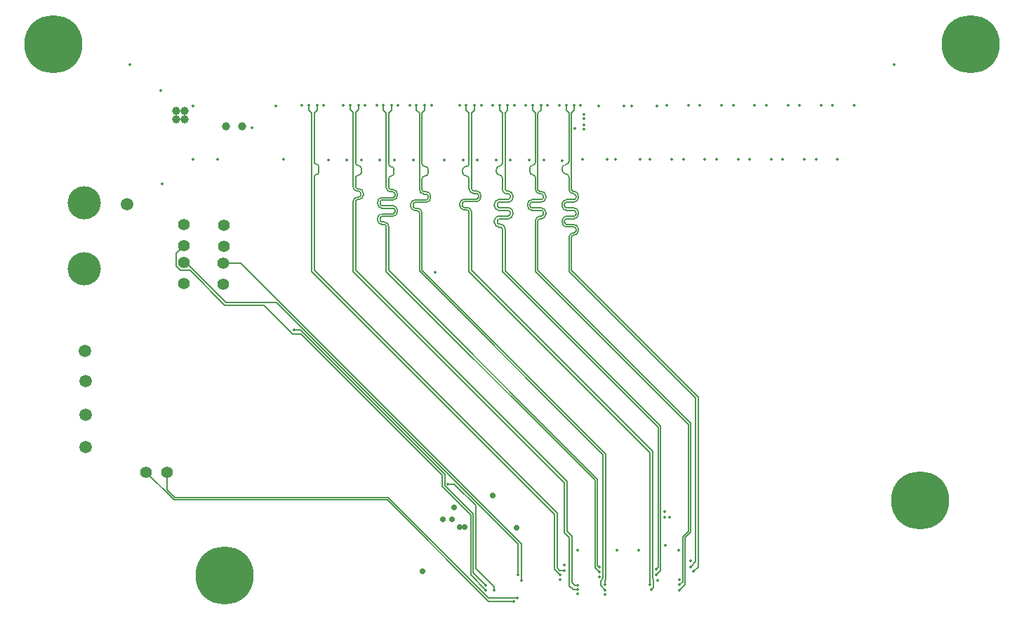
<source format=gbr>
%TF.GenerationSoftware,KiCad,Pcbnew,8.0.8*%
%TF.CreationDate,2025-08-06T16:05:48-04:00*%
%TF.ProjectId,pcie,70636965-2e6b-4696-9361-645f70636258,rev?*%
%TF.SameCoordinates,Original*%
%TF.FileFunction,Copper,L3,Inr*%
%TF.FilePolarity,Positive*%
%FSLAX46Y46*%
G04 Gerber Fmt 4.6, Leading zero omitted, Abs format (unit mm)*
G04 Created by KiCad (PCBNEW 8.0.8) date 2025-08-06 16:05:48*
%MOMM*%
%LPD*%
G01*
G04 APERTURE LIST*
%TA.AperFunction,ComponentPad*%
%ADD10C,7.000000*%
%TD*%
%TA.AperFunction,ComponentPad*%
%ADD11C,1.400000*%
%TD*%
%TA.AperFunction,ComponentPad*%
%ADD12C,1.500000*%
%TD*%
%TA.AperFunction,ComponentPad*%
%ADD13C,4.000000*%
%TD*%
%TA.AperFunction,ViaPad*%
%ADD14C,0.350000*%
%TD*%
%TA.AperFunction,ViaPad*%
%ADD15C,0.700000*%
%TD*%
%TA.AperFunction,ViaPad*%
%ADD16C,1.000000*%
%TD*%
%TA.AperFunction,Conductor*%
%ADD17C,0.150000*%
%TD*%
G04 APERTURE END LIST*
D10*
%TO.N,GND*%
%TO.C,*%
X234540000Y-85100000D03*
%TD*%
%TO.N,GND*%
%TO.C,*%
X240640000Y-30000000D03*
%TD*%
%TO.N,GND*%
%TO.C,*%
X130000000Y-30000000D03*
%TD*%
%TO.N,GND*%
%TO.C,REF\u002A\u002A*%
X150640000Y-94100000D03*
%TD*%
D11*
%TO.N,unconnected-(J1-PWR_GOOD-PadPL1)*%
%TO.C,REF\u002A\u002A*%
X141180000Y-81650000D03*
%TO.N,unconnected-(J1-PWR_EN-PadPK2)*%
X143720000Y-81650000D03*
%TD*%
%TO.N,unconnected-(J1-12V_FAN-PadPL4)*%
%TO.C,REF\u002A\u002A*%
X150525000Y-51910000D03*
%TO.N,unconnected-(J1-FAN1_PWM-PadPK5)*%
X150525000Y-54450000D03*
%TD*%
%TO.N,unconnected-(J1-FAN1_SPEED-PadPJ2)*%
%TO.C,REF\u002A\u002A*%
X150520000Y-56490000D03*
%TO.N,GND*%
X150520000Y-59030000D03*
%TD*%
%TO.N,unconnected-(J1-FAN0_SPEED-PadPH2)*%
%TO.C,REF\u002A\u002A*%
X145720000Y-56385000D03*
%TO.N,GND*%
X145720000Y-58925000D03*
%TD*%
%TO.N,unconnected-(J1-12V_FAN-PadPL4)*%
%TO.C,REF\u002A\u002A*%
X145725000Y-51805000D03*
%TO.N,unconnected-(J1-FAN0_PWM-PadPL5)*%
X145725000Y-54345000D03*
%TD*%
D12*
%TO.N,Net-(J1-VADP_GPU-PadPA1)*%
%TO.C,REF\u002A\u002A*%
X133825000Y-67075000D03*
%TD*%
%TO.N,VIN*%
%TO.C,REF\u002A\u002A*%
X133925000Y-74775000D03*
%TD*%
%TO.N,+5V*%
%TO.C,REF\u002A\u002A*%
X133875000Y-78625000D03*
%TD*%
%TO.N,+3.3V ALW*%
%TO.C,REF\u002A\u002A*%
X133875000Y-70675000D03*
%TD*%
D13*
%TO.N,GND*%
%TO.C,REF\u002A\u002A*%
X133750000Y-57100000D03*
%TD*%
D12*
%TO.N,+3.3V*%
%TO.C,REF\u002A\u002A*%
X138900000Y-49300000D03*
%TD*%
D13*
%TO.N,+12V*%
%TO.C,REF\u002A\u002A*%
X133750000Y-49200000D03*
%TD*%
D14*
%TO.N,unconnected-(J1-PWR_EN-PadPK2)*%
X186000000Y-96825000D03*
%TO.N,unconnected-(J1-PWR_GOOD-PadPL1)*%
X185525000Y-97250000D03*
%TO.N,unconnected-(J1-FAN1_PWM-PadPK5)*%
X159000000Y-64500000D03*
%TO.N,unconnected-(J1-12V_FAN-PadPL4)*%
X177600000Y-83100000D03*
D15*
%TO.N,Net-(J1-VADP_GPU-PadPA1)*%
X183030000Y-84450000D03*
%TO.N,+3.3V ALW*%
X178330000Y-85950000D03*
%TO.N,+5V*%
X174560000Y-93660000D03*
D14*
%TO.N,unconnected-(J1-FAN0_PWM-PadPL5)*%
X182170000Y-95880000D03*
%TO.N,unconnected-(J1-FAN1_PWM-PadPK5)*%
X182180000Y-95280000D03*
%TO.N,unconnected-(J1-12V_FAN-PadPL4)*%
X183175000Y-95875000D03*
%TO.N,unconnected-(J1-FAN1_SPEED-PadPJ2)*%
X186480000Y-94680000D03*
%TO.N,unconnected-(J1-FAN0_SPEED-PadPH2)*%
X186045000Y-94073682D03*
%TO.N,GND*%
X203820000Y-90470000D03*
D16*
%TO.N,+12V*%
X144800000Y-39100000D03*
X145800000Y-39100000D03*
X145800000Y-38100000D03*
X144800000Y-38100000D03*
D14*
%TO.N,GND*%
X139200000Y-32500000D03*
X231400000Y-32500000D03*
%TO.N,PRSNT*%
X192900000Y-40200000D03*
X142950000Y-35600000D03*
%TO.N,PERST_RST*%
X153950000Y-40150000D03*
X176050000Y-57550000D03*
D15*
%TO.N,VIN*%
X177000000Y-87325000D03*
X178120000Y-87350000D03*
%TO.N,GND*%
X185900000Y-88350000D03*
X179000000Y-88300000D03*
X179650000Y-88300000D03*
D14*
X197950000Y-91050000D03*
X203750000Y-87100000D03*
%TO.N,REFCLK+*%
X203750000Y-86400000D03*
%TO.N,REFCLK-*%
X204300000Y-87100000D03*
%TO.N,GND*%
X194000000Y-38500000D03*
X194000000Y-40300003D03*
%TO.N,REFCLK-*%
X194000000Y-39000000D03*
%TO.N,REFCLK+*%
X194000000Y-39800000D03*
D16*
%TO.N,+3.3V*%
X152800000Y-39950000D03*
X150800000Y-39900000D03*
D14*
%TO.N,GND*%
X143100000Y-46850000D03*
X146800000Y-37450000D03*
X146800000Y-43950000D03*
X149800000Y-43950000D03*
X157800000Y-43950000D03*
X156800000Y-37450000D03*
X193200000Y-91070000D03*
X205420000Y-91070000D03*
X202850000Y-94700000D03*
X214600000Y-37400000D03*
X224000000Y-37400000D03*
X177150000Y-44000000D03*
X171150000Y-44000000D03*
X185600000Y-37400000D03*
X226600000Y-37400000D03*
X216600000Y-43900000D03*
X210600000Y-37400000D03*
X167600000Y-37400000D03*
X222000000Y-43900000D03*
X208600000Y-43900000D03*
X206850000Y-92350000D03*
X179000000Y-37400000D03*
X195891481Y-94307168D03*
X214000000Y-43900000D03*
X189150000Y-44000000D03*
X196800000Y-43950000D03*
X199800000Y-37450000D03*
X169400000Y-44000000D03*
X167150000Y-44000000D03*
X222600000Y-37400000D03*
X173400000Y-44000000D03*
X191000000Y-37400000D03*
X198800000Y-37450000D03*
X183400000Y-44000000D03*
X187000000Y-37400000D03*
X196550000Y-96400000D03*
X163150000Y-44000000D03*
X218600000Y-37400000D03*
X193800000Y-43950000D03*
X189600000Y-37400000D03*
X187400000Y-44000000D03*
X195800000Y-37450000D03*
X160000000Y-37400000D03*
X185150000Y-44000000D03*
X200800000Y-43950000D03*
X220600000Y-43900000D03*
X193600000Y-37400000D03*
X169000000Y-37400000D03*
X208000000Y-37400000D03*
X162600000Y-37400000D03*
X202000000Y-43900000D03*
X165400000Y-44000000D03*
X216000000Y-37400000D03*
X173000000Y-37400000D03*
X212600000Y-43900000D03*
X210000000Y-43900000D03*
X179400000Y-44000000D03*
X205500000Y-94668876D03*
X212000000Y-37400000D03*
X183000000Y-37400000D03*
X181600000Y-37400000D03*
X191650000Y-92900000D03*
X206600000Y-37400000D03*
X191150000Y-94650000D03*
X204000000Y-37400000D03*
X206000000Y-43900000D03*
X202800000Y-37450000D03*
X193200000Y-96350000D03*
X165000000Y-37400000D03*
X224600000Y-43900000D03*
X218000000Y-43900000D03*
X181150000Y-44000000D03*
X220000000Y-37400000D03*
X175600000Y-37400000D03*
X171600000Y-37400000D03*
X197800000Y-43950000D03*
X191350000Y-44100000D03*
X204600000Y-43900000D03*
%TO.N,H_RX5N*%
X202700000Y-94070000D03*
X184800000Y-37400000D03*
%TO.N,H_RX4N*%
X202150000Y-95850000D03*
X180800000Y-37400000D03*
%TO.N,H_RX7N*%
X207250000Y-93650000D03*
X192850000Y-37400000D03*
%TO.N,H_RX3P*%
X173800000Y-37400000D03*
X196550000Y-95900000D03*
%TO.N,H_RX7P*%
X206850000Y-93100000D03*
X191850000Y-37400000D03*
%TO.N,H_RX5P*%
X202700000Y-93400003D03*
X183800000Y-37400000D03*
%TO.N,H_RX4P*%
X202000000Y-95270000D03*
X179800000Y-37400000D03*
%TO.N,H_RX0P*%
X191125372Y-94026097D03*
X160800000Y-37400000D03*
%TO.N,H_RX6P*%
X205500000Y-95250000D03*
X187800000Y-37400000D03*
%TO.N,H_RX1N*%
X193200000Y-95300000D03*
X166800000Y-37400000D03*
%TO.N,H_RX3N*%
X174800000Y-37400000D03*
X196550000Y-95250000D03*
%TO.N,H_RX0N*%
X161800000Y-37400000D03*
X191653973Y-93494040D03*
%TO.N,H_RX2P*%
X195900000Y-93746101D03*
X169800000Y-37400000D03*
%TO.N,H_RX1P*%
X165800000Y-37400000D03*
X193200000Y-95850000D03*
%TO.N,H_RX6N*%
X188800000Y-37400000D03*
X205500000Y-95900000D03*
%TO.N,H_RX2N*%
X170800000Y-37400000D03*
X195900000Y-93154105D03*
%TO.N,GND*%
X200630000Y-91070000D03*
%TD*%
D17*
%TO.N,unconnected-(J1-FAN0_PWM-PadPL5)*%
X144795000Y-55275000D02*
X145725000Y-54345000D01*
X144795000Y-56768148D02*
X144795000Y-55275000D01*
X145336852Y-57310000D02*
X144795000Y-56768148D01*
X146460736Y-57310000D02*
X145336852Y-57310000D01*
X150675736Y-61525000D02*
X146460736Y-57310000D01*
X176900000Y-82050000D02*
X159850000Y-65000000D01*
X176900000Y-83389950D02*
X176900000Y-82050000D01*
X180350000Y-86839950D02*
X176900000Y-83389950D01*
X155425000Y-61525000D02*
X150675736Y-61525000D01*
X158900000Y-65000000D02*
X155425000Y-61525000D01*
X180350000Y-94060000D02*
X180350000Y-86839950D01*
X159850000Y-65000000D02*
X158900000Y-65000000D01*
X182170000Y-95880000D02*
X180350000Y-94060000D01*
%TO.N,unconnected-(J1-FAN0_SPEED-PadPH2)*%
X156925736Y-61225000D02*
X150800000Y-61225000D01*
X186045000Y-90344264D02*
X156925736Y-61225000D01*
X150800000Y-61225000D02*
X145960000Y-56385000D01*
X186045000Y-94073682D02*
X186045000Y-90344264D01*
X145960000Y-56385000D02*
X145720000Y-56385000D01*
%TO.N,unconnected-(J1-FAN1_SPEED-PadPJ2)*%
X186480000Y-90355000D02*
X152615000Y-56490000D01*
X152615000Y-56490000D02*
X150520000Y-56490000D01*
%TO.N,unconnected-(J1-PWR_EN-PadPK2)*%
X170400000Y-84700000D02*
X144654264Y-84700000D01*
X182525000Y-96825000D02*
X170400000Y-84700000D01*
X144654264Y-84700000D02*
X143720000Y-83765736D01*
X186000000Y-96825000D02*
X182525000Y-96825000D01*
X143720000Y-83765736D02*
X143720000Y-81650000D01*
%TO.N,unconnected-(J1-PWR_GOOD-PadPL1)*%
X144530000Y-85000000D02*
X141180000Y-81650000D01*
X170275736Y-85000000D02*
X144530000Y-85000000D01*
X182525736Y-97250000D02*
X170275736Y-85000000D01*
X185525000Y-97250000D02*
X182525736Y-97250000D01*
%TO.N,unconnected-(J1-FAN1_PWM-PadPK5)*%
X159776472Y-64500000D02*
X159000000Y-64500000D01*
X161301472Y-66025000D02*
X159776472Y-64500000D01*
X180650000Y-86715686D02*
X180650000Y-93750000D01*
X180650000Y-93750000D02*
X182180000Y-95280000D01*
X177200000Y-83265686D02*
X180650000Y-86715686D01*
X177200000Y-81923528D02*
X177200000Y-83265686D01*
X161301472Y-66025000D02*
X177200000Y-81923528D01*
%TO.N,unconnected-(J1-12V_FAN-PadPL4)*%
X177600000Y-83100000D02*
X177550000Y-83100000D01*
X178376472Y-83100000D02*
X177600000Y-83100000D01*
X178538236Y-83261764D02*
X178376472Y-83100000D01*
X180950736Y-93298122D02*
X180950736Y-85674264D01*
X183175000Y-95522386D02*
X180950736Y-93298122D01*
X180950736Y-85674264D02*
X178538236Y-83261764D01*
X183175000Y-95875000D02*
X183175000Y-95522386D01*
%TO.N,unconnected-(J1-FAN1_SPEED-PadPJ2)*%
X186480000Y-94680000D02*
X186480000Y-90355000D01*
X186480000Y-94680000D02*
X186430000Y-94680000D01*
%TO.N,H_RX5N*%
X203250000Y-76125736D02*
X184500000Y-57375736D01*
X184500000Y-57375736D02*
X184500000Y-53400000D01*
X203250000Y-93520000D02*
X203250000Y-76125736D01*
X202700000Y-94070000D02*
X203250000Y-93520000D01*
%TO.N,H_RX5P*%
X184150000Y-57450000D02*
X184150000Y-53400000D01*
X202950000Y-93150003D02*
X202950000Y-76250000D01*
X202700000Y-93400003D02*
X202950000Y-93150003D01*
X202950000Y-76250000D02*
X184150000Y-57450000D01*
%TO.N,H_RX5N*%
X183555000Y-51322097D02*
X183555000Y-51522097D01*
X184500000Y-51097097D02*
X183780000Y-51097097D01*
X185445000Y-48322097D02*
X185445000Y-48522097D01*
X183555000Y-49322097D02*
X183555000Y-49522097D01*
X184725000Y-47747097D02*
X184870000Y-47747097D01*
X183780000Y-51747097D02*
X183925000Y-51747097D01*
X184150000Y-49747097D02*
X184870000Y-49747097D01*
X185445000Y-50322097D02*
X185445000Y-50522097D01*
X184500000Y-38300000D02*
X184500000Y-47522097D01*
X184725000Y-49097097D02*
X183780000Y-49097097D01*
X184870000Y-49097097D02*
X184725000Y-49097097D01*
X184500000Y-52322097D02*
X184500000Y-52522097D01*
X184800000Y-38000000D02*
X184800000Y-37400000D01*
X184450000Y-38350000D02*
X184500000Y-38300000D01*
X184500000Y-38300000D02*
X184800000Y-38000000D01*
X184870000Y-51097097D02*
X184500000Y-51097097D01*
X183780000Y-49747097D02*
X184150000Y-49747097D01*
X184500000Y-52522097D02*
X184500000Y-53400000D01*
X183555000Y-49522097D02*
G75*
G03*
X183780000Y-49747100I225000J-3D01*
G01*
X184500000Y-47522097D02*
G75*
G03*
X184725000Y-47747100I225000J-3D01*
G01*
X185445000Y-48522097D02*
G75*
G02*
X184870000Y-49097100I-575000J-3D01*
G01*
X184870000Y-47747097D02*
G75*
G02*
X185445003Y-48322097I0J-575003D01*
G01*
X183925000Y-51747097D02*
G75*
G02*
X184500003Y-52322097I0J-575003D01*
G01*
X183780000Y-51097097D02*
G75*
G03*
X183554997Y-51322097I0J-225003D01*
G01*
X184870000Y-49747097D02*
G75*
G02*
X185445003Y-50322097I0J-575003D01*
G01*
X183555000Y-51522097D02*
G75*
G03*
X183780000Y-51747100I225000J-3D01*
G01*
X185445000Y-50522097D02*
G75*
G02*
X184870000Y-51097100I-575000J-3D01*
G01*
X183780000Y-49097097D02*
G75*
G03*
X183554997Y-49322097I0J-225003D01*
G01*
%TO.N,H_RX4N*%
X180450000Y-50477835D02*
X180450000Y-51095598D01*
X181020000Y-49027835D02*
X180700000Y-49027835D01*
X180700000Y-49027835D02*
X179580000Y-49027835D01*
X179330000Y-49277835D02*
X179330000Y-49477835D01*
X202400000Y-94600000D02*
X202400000Y-95600000D01*
X180800000Y-37400000D02*
X180800000Y-38000000D01*
X180450000Y-51095598D02*
X180450000Y-57325736D01*
X181570000Y-48277835D02*
X181570000Y-48477835D01*
X202300000Y-94500000D02*
X202400000Y-94600000D01*
X180450000Y-50277835D02*
X180450000Y-50477835D01*
X202400000Y-95600000D02*
X202150000Y-95850000D01*
X179580000Y-49727835D02*
X179900000Y-49727835D01*
X202300000Y-79175736D02*
X202300000Y-94500000D01*
X180450000Y-38350000D02*
X180450000Y-47477835D01*
X180450000Y-57325736D02*
X202300000Y-79175736D01*
X180800000Y-38000000D02*
X180450000Y-38350000D01*
X180700000Y-47727835D02*
X181020000Y-47727835D01*
X181020000Y-47727835D02*
G75*
G02*
X181569965Y-48277835I0J-549965D01*
G01*
X179330000Y-49477835D02*
G75*
G03*
X179580000Y-49727800I250000J35D01*
G01*
X179900000Y-49727835D02*
G75*
G02*
X180449965Y-50277835I0J-549965D01*
G01*
X180450000Y-47477835D02*
G75*
G03*
X180700000Y-47727800I250000J35D01*
G01*
X179580000Y-49027835D02*
G75*
G03*
X179330035Y-49277835I0J-249965D01*
G01*
X181570000Y-48477835D02*
G75*
G02*
X181020000Y-49027800I-550000J35D01*
G01*
%TO.N,H_RX7N*%
X192780000Y-49081026D02*
X192750000Y-49081026D01*
X192850000Y-38000000D02*
X192500000Y-38350000D01*
X192200000Y-51781026D02*
X192780000Y-51781026D01*
X191670000Y-51331026D02*
X191670000Y-51531026D01*
X192750000Y-49081026D02*
X191920000Y-49081026D01*
X192500000Y-53331026D02*
X192500000Y-53531026D01*
X191920000Y-51781026D02*
X192200000Y-51781026D01*
X192500000Y-51081026D02*
X191920000Y-51081026D01*
X191920000Y-49781026D02*
X192200000Y-49781026D01*
X193330000Y-48331026D02*
X193330000Y-48531026D01*
X192500000Y-54350000D02*
X192500000Y-57325736D01*
X193330000Y-50331026D02*
X193330000Y-50531026D01*
X192750000Y-47781026D02*
X192780000Y-47781026D01*
X192500000Y-53531026D02*
X192500000Y-54350000D01*
X191670000Y-49331026D02*
X191670000Y-49531026D01*
X192780000Y-51081026D02*
X192500000Y-51081026D01*
X192500000Y-57325736D02*
X207800000Y-72625736D01*
X192200000Y-49781026D02*
X192780000Y-49781026D01*
X193330000Y-52331026D02*
X193330000Y-52531026D01*
X207800000Y-72625736D02*
X207800000Y-93100000D01*
X192850000Y-37400000D02*
X192850000Y-38000000D01*
X192780000Y-53081026D02*
X192750000Y-53081026D01*
X207800000Y-93100000D02*
X207250000Y-93650000D01*
X192500000Y-38350000D02*
X192500000Y-47531026D01*
X193330000Y-52531026D02*
G75*
G02*
X192780000Y-53081000I-550000J26D01*
G01*
X193330000Y-50531026D02*
G75*
G02*
X192780000Y-51081000I-550000J26D01*
G01*
X192780000Y-47781026D02*
G75*
G02*
X193329974Y-48331026I0J-549974D01*
G01*
X191920000Y-51081026D02*
G75*
G03*
X191670026Y-51331026I0J-249974D01*
G01*
X191670000Y-51531026D02*
G75*
G03*
X191920000Y-51781000I250000J26D01*
G01*
X192780000Y-49781026D02*
G75*
G02*
X193329974Y-50331026I0J-549974D01*
G01*
X192500000Y-47531026D02*
G75*
G03*
X192750000Y-47781000I250000J26D01*
G01*
X192750000Y-53081026D02*
G75*
G03*
X192500026Y-53331026I0J-249974D01*
G01*
X191920000Y-49081026D02*
G75*
G03*
X191670026Y-49331026I0J-249974D01*
G01*
X192780000Y-51781026D02*
G75*
G02*
X193329974Y-52331026I0J-549974D01*
G01*
X191670000Y-49531026D02*
G75*
G03*
X191920000Y-49781000I250000J26D01*
G01*
X193330000Y-48531026D02*
G75*
G02*
X192780000Y-49081000I-550000J26D01*
G01*
%TO.N,H_RX3P*%
X174150000Y-38350000D02*
X174150000Y-47563027D01*
X174700000Y-48813027D02*
X173650000Y-48813027D01*
X173800000Y-37400000D02*
X173800000Y-38000000D01*
X196000000Y-94800000D02*
X196000000Y-95350000D01*
X175200000Y-48363027D02*
X175200000Y-48563027D01*
X196000000Y-95350000D02*
X196550000Y-95900000D01*
X173650000Y-50113027D02*
X173900000Y-50113027D01*
X196300000Y-79575000D02*
X196300000Y-94500000D01*
X174150000Y-51116521D02*
X174150000Y-57425000D01*
X174150000Y-50363027D02*
X174150000Y-50563027D01*
X196300000Y-94500000D02*
X196000000Y-94800000D01*
X173800000Y-38000000D02*
X174150000Y-38350000D01*
X174950000Y-48813027D02*
X174700000Y-48813027D01*
X174700000Y-48113027D02*
X174950000Y-48113027D01*
X174150000Y-57425000D02*
X196300000Y-79575000D01*
X174150000Y-50563027D02*
X174150000Y-51116521D01*
X173100000Y-49363027D02*
X173100000Y-49563027D01*
X173900000Y-50113027D02*
G75*
G02*
X174149973Y-50363027I0J-249973D01*
G01*
X175200000Y-48563027D02*
G75*
G02*
X174950000Y-48813000I-250000J27D01*
G01*
X173650000Y-48813027D02*
G75*
G03*
X173100027Y-49363027I0J-549973D01*
G01*
X174150000Y-47563027D02*
G75*
G03*
X174700000Y-48113000I550000J27D01*
G01*
X174950000Y-48113027D02*
G75*
G02*
X175199973Y-48363027I0J-249973D01*
G01*
X173100000Y-49563027D02*
G75*
G03*
X173650000Y-50113000I550000J27D01*
G01*
%TO.N,H_RX7P*%
X191850000Y-38000000D02*
X192200000Y-38350000D01*
X192200000Y-46446418D02*
X192200000Y-47531026D01*
X207500000Y-72750000D02*
X207500000Y-92450000D01*
X192750000Y-48081026D02*
X192780000Y-48081026D01*
X192780000Y-52781026D02*
X192750000Y-52781026D01*
X192200000Y-46410000D02*
X192200000Y-46446418D01*
X192780000Y-48781026D02*
X192750000Y-48781026D01*
X192200000Y-53531026D02*
X192200000Y-54350000D01*
X192200000Y-53331026D02*
X192200000Y-53531026D01*
X192200000Y-52081026D02*
X192780000Y-52081026D01*
X192200000Y-38350000D02*
X192200000Y-44150000D01*
X192200000Y-46090000D02*
X192200000Y-46410000D01*
X192750000Y-48781026D02*
X191920000Y-48781026D01*
X192780000Y-50781026D02*
X192500000Y-50781026D01*
X193030000Y-48331026D02*
X193030000Y-48531026D01*
X193030000Y-50331026D02*
X193030000Y-50531026D01*
X192500000Y-50781026D02*
X191920000Y-50781026D01*
X191850000Y-37400000D02*
X191850000Y-38000000D01*
X193030000Y-52331026D02*
X193030000Y-52531026D01*
X191390000Y-44960000D02*
X191390000Y-45280000D01*
X192200000Y-50081026D02*
X192780000Y-50081026D01*
X191920000Y-52081026D02*
X192200000Y-52081026D01*
X191370000Y-51331026D02*
X191370000Y-51531026D01*
X192200000Y-57450000D02*
X207500000Y-72750000D01*
X191370000Y-49331026D02*
X191370000Y-49531026D01*
X192200000Y-54350000D02*
X192200000Y-57450000D01*
X191920000Y-50081026D02*
X192200000Y-50081026D01*
X207500000Y-92450000D02*
X206850000Y-93100000D01*
X192780000Y-48081026D02*
G75*
G02*
X193029974Y-48331026I0J-249974D01*
G01*
X191920000Y-48781026D02*
G75*
G03*
X191370026Y-49331026I0J-549974D01*
G01*
X191370000Y-49531026D02*
G75*
G03*
X191920000Y-50081000I550000J26D01*
G01*
X193030000Y-52531026D02*
G75*
G02*
X192780000Y-52781000I-250000J26D01*
G01*
X191795000Y-45685000D02*
G75*
G02*
X192200000Y-46090000I0J-405000D01*
G01*
X192200000Y-47531026D02*
G75*
G03*
X192750000Y-48081000I550000J26D01*
G01*
X193030000Y-50531026D02*
G75*
G02*
X192780000Y-50781000I-250000J26D01*
G01*
X191390000Y-45280000D02*
G75*
G03*
X191795000Y-45685000I405000J0D01*
G01*
X192200000Y-44150000D02*
G75*
G02*
X191795000Y-44555000I-405000J0D01*
G01*
X191920000Y-50781026D02*
G75*
G03*
X191370026Y-51331026I0J-549974D01*
G01*
X191795000Y-44555000D02*
G75*
G03*
X191390000Y-44960000I0J-405000D01*
G01*
X192750000Y-52781026D02*
G75*
G03*
X192200026Y-53331026I0J-549974D01*
G01*
X192780000Y-52081026D02*
G75*
G02*
X193029974Y-52331026I0J-249974D01*
G01*
X191370000Y-51531026D02*
G75*
G03*
X191920000Y-52081000I550000J26D01*
G01*
X192780000Y-50081026D02*
G75*
G02*
X193029974Y-50331026I0J-249974D01*
G01*
X193030000Y-48531026D02*
G75*
G02*
X192780000Y-48781000I-250000J26D01*
G01*
%TO.N,H_RX5P*%
X184150000Y-52322097D02*
X184150000Y-52522097D01*
X184725000Y-48747097D02*
X183780000Y-48747097D01*
X184870000Y-48747097D02*
X184725000Y-48747097D01*
X184870000Y-50747097D02*
X184500000Y-50747097D01*
X184150000Y-52522097D02*
X184150000Y-53400000D01*
X184150000Y-50097097D02*
X184870000Y-50097097D01*
X184150000Y-38350000D02*
X184150000Y-44393478D01*
X184150000Y-46650000D02*
X184150000Y-47522097D01*
X183205000Y-49322097D02*
X183205000Y-49522097D01*
X184500000Y-50747097D02*
X183780000Y-50747097D01*
X183800000Y-37400000D02*
X183800000Y-38000000D01*
X183450000Y-45093478D02*
X183450000Y-45453478D01*
X184150000Y-46513478D02*
X184150000Y-46650000D01*
X184725000Y-48097097D02*
X184870000Y-48097097D01*
X183780000Y-52097097D02*
X183925000Y-52097097D01*
X183780000Y-50097097D02*
X184150000Y-50097097D01*
X183800000Y-38000000D02*
X184150000Y-38350000D01*
X185095000Y-50322097D02*
X185095000Y-50522097D01*
X183205000Y-51322097D02*
X183205000Y-51522097D01*
X185095000Y-48322097D02*
X185095000Y-48522097D01*
X184150000Y-46153478D02*
X184150000Y-46513478D01*
X184870000Y-48097097D02*
G75*
G02*
X185095003Y-48322097I0J-225003D01*
G01*
X183925000Y-52097097D02*
G75*
G02*
X184150003Y-52322097I0J-225003D01*
G01*
X183800000Y-45803478D02*
G75*
G02*
X184150022Y-46153478I0J-350022D01*
G01*
X185095000Y-50522097D02*
G75*
G02*
X184870000Y-50747100I-225000J-3D01*
G01*
X183780000Y-48747097D02*
G75*
G03*
X183204997Y-49322097I0J-575003D01*
G01*
X185095000Y-48522097D02*
G75*
G02*
X184870000Y-48747100I-225000J-3D01*
G01*
X184870000Y-50097097D02*
G75*
G02*
X185095003Y-50322097I0J-225003D01*
G01*
X183205000Y-49522097D02*
G75*
G03*
X183780000Y-50097100I575000J-3D01*
G01*
X183205000Y-51522097D02*
G75*
G03*
X183780000Y-52097100I575000J-3D01*
G01*
X184150000Y-44393478D02*
G75*
G02*
X183800000Y-44743500I-350000J-22D01*
G01*
X183800000Y-44743478D02*
G75*
G03*
X183449978Y-45093478I0J-350022D01*
G01*
X184150000Y-47522097D02*
G75*
G03*
X184725000Y-48097100I575000J-3D01*
G01*
X183780000Y-50747097D02*
G75*
G03*
X183204997Y-51322097I0J-575003D01*
G01*
X183450000Y-45453478D02*
G75*
G03*
X183800000Y-45803500I350000J-22D01*
G01*
%TO.N,H_RX4P*%
X179800000Y-38000000D02*
X180150000Y-38350000D01*
X179580000Y-50027835D02*
X179900000Y-50027835D01*
X180150000Y-50477835D02*
X180150000Y-51095598D01*
X202000000Y-79300000D02*
X202000000Y-95270000D01*
X179380000Y-45170000D02*
X179380000Y-45530000D01*
X180150000Y-46707059D02*
X180150000Y-47477835D01*
X179800000Y-37400000D02*
X179800000Y-38000000D01*
X180150000Y-51095598D02*
X180150000Y-57450000D01*
X179030000Y-49277835D02*
X179030000Y-49477835D01*
X180150000Y-50277835D02*
X180150000Y-50477835D01*
X180150000Y-38350000D02*
X180150000Y-44400000D01*
X181270000Y-48277835D02*
X181270000Y-48477835D01*
X180700000Y-48027835D02*
X181020000Y-48027835D01*
X181020000Y-48727835D02*
X180700000Y-48727835D01*
X180150000Y-46660000D02*
X180150000Y-46707059D01*
X180700000Y-48727835D02*
X179580000Y-48727835D01*
X180150000Y-46300000D02*
X180150000Y-46660000D01*
X180150000Y-57450000D02*
X202000000Y-79300000D01*
X181020000Y-48027835D02*
G75*
G02*
X181269965Y-48277835I0J-249965D01*
G01*
X179380000Y-45530000D02*
G75*
G03*
X179765000Y-45915000I385000J0D01*
G01*
X179580000Y-48727835D02*
G75*
G03*
X179030035Y-49277835I0J-549965D01*
G01*
X180150000Y-44400000D02*
G75*
G02*
X179765000Y-44785000I-385000J0D01*
G01*
X179765000Y-44785000D02*
G75*
G03*
X179380000Y-45170000I0J-385000D01*
G01*
X181270000Y-48477835D02*
G75*
G02*
X181020000Y-48727800I-250000J35D01*
G01*
X179765000Y-45915000D02*
G75*
G02*
X180150000Y-46300000I0J-385000D01*
G01*
X180150000Y-47477835D02*
G75*
G03*
X180700000Y-48027800I550000J35D01*
G01*
X179030000Y-49477835D02*
G75*
G03*
X179580000Y-50027800I550000J35D01*
G01*
X179900000Y-50027835D02*
G75*
G02*
X180149965Y-50277835I0J-249965D01*
G01*
%TO.N,H_RX0P*%
X161150000Y-38350000D02*
X161150000Y-57450000D01*
X161150000Y-57450000D02*
X190450000Y-86750000D01*
X160800000Y-38000000D02*
X161150000Y-38350000D01*
X190450000Y-93350725D02*
X191125372Y-94026097D01*
X190450000Y-86750000D02*
X190450000Y-93350725D01*
X160800000Y-37400000D02*
X160800000Y-38000000D01*
%TO.N,H_RX6P*%
X188150000Y-46580000D02*
X188150000Y-46629617D01*
X188150000Y-50081868D02*
X188850000Y-50081868D01*
X188700000Y-48781868D02*
X187750000Y-48781868D01*
X188150000Y-38350000D02*
X188150000Y-44300000D01*
X206605000Y-88753148D02*
X205900000Y-89458148D01*
X188850000Y-48781868D02*
X188700000Y-48781868D01*
X187200000Y-49331868D02*
X187200000Y-49531868D01*
X188150000Y-46629617D02*
X188150000Y-47531868D01*
X188150000Y-51331868D02*
X188150000Y-51531868D01*
X187800000Y-38000000D02*
X188150000Y-38350000D01*
X187750000Y-50081868D02*
X188150000Y-50081868D01*
X188150000Y-51531868D02*
X188150000Y-52099616D01*
X187470000Y-44980000D02*
X187470000Y-45440000D01*
X188700000Y-48081868D02*
X188850000Y-48081868D01*
X187800000Y-37400000D02*
X187800000Y-38000000D01*
X189100000Y-50331868D02*
X189100000Y-50531868D01*
X206605000Y-75905000D02*
X206605000Y-88753148D01*
X188150000Y-46120000D02*
X188150000Y-46580000D01*
X189100000Y-48331868D02*
X189100000Y-48531868D01*
X188150000Y-57450000D02*
X206605000Y-75905000D01*
X205900000Y-94850000D02*
X205500000Y-95250000D01*
X188150000Y-52099616D02*
X188150000Y-57450000D01*
X205900000Y-89458148D02*
X205900000Y-94850000D01*
X188850000Y-50781868D02*
X188700000Y-50781868D01*
X188850000Y-50081868D02*
G75*
G02*
X189100032Y-50331868I0J-250032D01*
G01*
X188850000Y-48081868D02*
G75*
G02*
X189100032Y-48331868I0J-250032D01*
G01*
X187810000Y-44640000D02*
G75*
G03*
X187470000Y-44980000I0J-340000D01*
G01*
X187470000Y-45440000D02*
G75*
G03*
X187810000Y-45780000I340000J0D01*
G01*
X189100000Y-50531868D02*
G75*
G02*
X188850000Y-50781900I-250000J-32D01*
G01*
X188150000Y-44300000D02*
G75*
G02*
X187810000Y-44640000I-340000J0D01*
G01*
X187750000Y-48781868D02*
G75*
G03*
X187199968Y-49331868I0J-550032D01*
G01*
X188700000Y-50781868D02*
G75*
G03*
X188149968Y-51331868I0J-550032D01*
G01*
X188150000Y-47531868D02*
G75*
G03*
X188700000Y-48081900I550000J-32D01*
G01*
X187810000Y-45780000D02*
G75*
G02*
X188150000Y-46120000I0J-340000D01*
G01*
X187200000Y-49531868D02*
G75*
G03*
X187750000Y-50081900I550000J-32D01*
G01*
X189100000Y-48531868D02*
G75*
G02*
X188850000Y-48781900I-250000J-32D01*
G01*
%TO.N,H_RX1N*%
X166450000Y-50000000D02*
X166450000Y-57325736D01*
X166450000Y-46700000D02*
X166450000Y-47223795D01*
X192550000Y-89415000D02*
X192550000Y-94950000D01*
X166800000Y-37900000D02*
X166450000Y-38250000D01*
X192900000Y-95300000D02*
X193200000Y-95300000D01*
X166800000Y-37400000D02*
X166800000Y-37900000D01*
X166450000Y-57325736D02*
X191935000Y-82810736D01*
X166830000Y-48773795D02*
X166700000Y-48773795D01*
X166450000Y-38250000D02*
X166450000Y-44331719D01*
X191935000Y-82810736D02*
X191935000Y-88814569D01*
X167380000Y-48023795D02*
X167380000Y-48223795D01*
X166450000Y-49023795D02*
X166450000Y-49223795D01*
X192550000Y-94950000D02*
X192900000Y-95300000D01*
X167140000Y-45021719D02*
X167140000Y-45491719D01*
X191935000Y-88814569D02*
X192535431Y-89415000D01*
X166450000Y-46181719D02*
X166450000Y-46651719D01*
X166450000Y-49223795D02*
X166450000Y-50000000D01*
X192535431Y-89415000D02*
X192550000Y-89415000D01*
X166700000Y-47473795D02*
X166830000Y-47473795D01*
X166450000Y-46651719D02*
X166450000Y-46700000D01*
X166795000Y-44676719D02*
G75*
G02*
X167139981Y-45021719I0J-344981D01*
G01*
X167140000Y-45491719D02*
G75*
G02*
X166795000Y-45836700I-345000J19D01*
G01*
X166450000Y-47223795D02*
G75*
G03*
X166700000Y-47473800I250000J-5D01*
G01*
X166700000Y-48773795D02*
G75*
G03*
X166449995Y-49023795I0J-250005D01*
G01*
X166795000Y-45836719D02*
G75*
G03*
X166450019Y-46181719I0J-344981D01*
G01*
X166450000Y-44331719D02*
G75*
G03*
X166795000Y-44676700I345000J19D01*
G01*
X167380000Y-48223795D02*
G75*
G02*
X166830000Y-48773800I-550000J-5D01*
G01*
X166830000Y-47473795D02*
G75*
G02*
X167380005Y-48023795I0J-550005D01*
G01*
%TO.N,H_RX3N*%
X196550000Y-95250000D02*
X196650000Y-95250000D01*
X196600000Y-94624264D02*
X196550000Y-94674264D01*
X174700000Y-49113027D02*
X173650000Y-49113027D01*
X174450000Y-46320000D02*
X174450000Y-46680000D01*
X175230000Y-45180000D02*
X175230000Y-45540000D01*
X174450000Y-51116521D02*
X174450000Y-57300736D01*
X174450000Y-50363027D02*
X174450000Y-50563027D01*
X174950000Y-49113027D02*
X174700000Y-49113027D01*
X174700000Y-47813027D02*
X174950000Y-47813027D01*
X174800000Y-38000000D02*
X174450000Y-38350000D01*
X196600000Y-79450736D02*
X196600000Y-94624264D01*
X174450000Y-50563027D02*
X174450000Y-51116521D01*
X174450000Y-46680000D02*
X174450000Y-47000000D01*
X174450000Y-47000000D02*
X174450000Y-47563027D01*
X175500000Y-48363027D02*
X175500000Y-48563027D01*
X173400000Y-49363027D02*
X173400000Y-49563027D01*
X174450000Y-57300736D02*
X196600000Y-79450736D01*
X173650000Y-49813027D02*
X173900000Y-49813027D01*
X174800000Y-37400000D02*
X174800000Y-38000000D01*
X174450000Y-38350000D02*
X174450000Y-44400000D01*
X196550000Y-94674264D02*
X196550000Y-95250000D01*
X174450000Y-44400000D02*
G75*
G03*
X174840000Y-44790000I390000J0D01*
G01*
X174450000Y-47563027D02*
G75*
G03*
X174700000Y-47813000I250000J27D01*
G01*
X175230000Y-45540000D02*
G75*
G02*
X174840000Y-45930000I-390000J0D01*
G01*
X173650000Y-49113027D02*
G75*
G03*
X173400027Y-49363027I0J-249973D01*
G01*
X173400000Y-49563027D02*
G75*
G03*
X173650000Y-49813000I250000J27D01*
G01*
X173900000Y-49813027D02*
G75*
G02*
X174449973Y-50363027I0J-549973D01*
G01*
X174950000Y-47813027D02*
G75*
G02*
X175499973Y-48363027I0J-549973D01*
G01*
X175500000Y-48563027D02*
G75*
G02*
X174950000Y-49113000I-550000J27D01*
G01*
X174840000Y-45930000D02*
G75*
G03*
X174450000Y-46320000I0J-390000D01*
G01*
X174840000Y-44790000D02*
G75*
G02*
X175230000Y-45180000I0J-390000D01*
G01*
%TO.N,H_RX0N*%
X161990000Y-44778383D02*
X161990000Y-45498383D01*
X190750000Y-86625736D02*
X190750000Y-93200000D01*
X161450000Y-46038383D02*
X161450000Y-46758383D01*
X161800000Y-37400000D02*
X161800000Y-38000000D01*
X190750000Y-93200000D02*
X191044040Y-93494040D01*
X161450000Y-57325736D02*
X190750000Y-86625736D01*
X161450000Y-46758383D02*
X161450000Y-46850000D01*
X191044040Y-93494040D02*
X191653973Y-93494040D01*
X161450000Y-46850000D02*
X161450000Y-57325736D01*
X161800000Y-38000000D02*
X161450000Y-38350000D01*
X161450000Y-38350000D02*
X161450000Y-44238383D01*
X161720000Y-45768383D02*
G75*
G03*
X161449983Y-46038383I0J-270017D01*
G01*
X161990000Y-45498383D02*
G75*
G02*
X161720000Y-45768400I-270000J-17D01*
G01*
X161450000Y-44238383D02*
G75*
G03*
X161720000Y-44508400I270000J-17D01*
G01*
X161720000Y-44508383D02*
G75*
G02*
X161990017Y-44778383I0J-270017D01*
G01*
%TO.N,H_RX2P*%
X169110000Y-51039177D02*
X169110000Y-51235177D01*
X195350000Y-93196101D02*
X195900000Y-93746101D01*
X169110000Y-49079177D02*
X169110000Y-49275177D01*
X170150000Y-52800000D02*
X170150000Y-57450000D01*
X171190000Y-50059177D02*
X171190000Y-50255177D01*
X170150000Y-52019177D02*
X170150000Y-52215177D01*
X170150000Y-38350000D02*
X170150000Y-47315177D01*
X170150000Y-52215177D02*
X170150000Y-52800000D01*
X169652000Y-49817177D02*
X170150000Y-49817177D01*
X171190000Y-48099177D02*
X171190000Y-48295177D01*
X170150000Y-49817177D02*
X170948000Y-49817177D01*
X170150000Y-57450000D02*
X195350000Y-82650000D01*
X169800000Y-38000000D02*
X170150000Y-38350000D01*
X170948000Y-48537177D02*
X170692000Y-48537177D01*
X195350000Y-82650000D02*
X195350000Y-93196101D01*
X169652000Y-51777177D02*
X169908000Y-51777177D01*
X170692000Y-48537177D02*
X169652000Y-48537177D01*
X170692000Y-47857177D02*
X170948000Y-47857177D01*
X169800000Y-37400000D02*
X169800000Y-38000000D01*
X170948000Y-50497177D02*
X170450000Y-50497177D01*
X170450000Y-50497177D02*
X169652000Y-50497177D01*
X170948000Y-49817177D02*
G75*
G02*
X171190023Y-50059177I0J-242023D01*
G01*
X171190000Y-50255177D02*
G75*
G02*
X170948000Y-50497200I-242000J-23D01*
G01*
X169110000Y-51235177D02*
G75*
G03*
X169652000Y-51777200I542000J-23D01*
G01*
X169652000Y-48537177D02*
G75*
G03*
X169109977Y-49079177I0J-542023D01*
G01*
X170948000Y-47857177D02*
G75*
G02*
X171190023Y-48099177I0J-242023D01*
G01*
X170150000Y-47315177D02*
G75*
G03*
X170692000Y-47857200I542000J-23D01*
G01*
X171190000Y-48295177D02*
G75*
G02*
X170948000Y-48537200I-242000J-23D01*
G01*
X169908000Y-51777177D02*
G75*
G02*
X170150023Y-52019177I0J-242023D01*
G01*
X169652000Y-50497177D02*
G75*
G03*
X169109977Y-51039177I0J-542023D01*
G01*
X169110000Y-49275177D02*
G75*
G03*
X169652000Y-49817200I542000J-23D01*
G01*
%TO.N,H_RX1P*%
X166150000Y-38250000D02*
X166150000Y-47223795D01*
X166150000Y-49223795D02*
X166150000Y-50000000D01*
X166830000Y-48473795D02*
X166700000Y-48473795D01*
X167080000Y-48023795D02*
X167080000Y-48223795D01*
X165800000Y-37400000D02*
X165800000Y-37900000D01*
X166150000Y-57450000D02*
X191635000Y-82935000D01*
X192250000Y-89553833D02*
X192250000Y-95400000D01*
X166700000Y-47773795D02*
X166830000Y-47773795D01*
X165800000Y-37900000D02*
X166150000Y-38250000D01*
X191635000Y-88938833D02*
X192250000Y-89553833D01*
X166150000Y-50000000D02*
X166150000Y-57450000D01*
X192700000Y-95850000D02*
X193200000Y-95850000D01*
X166150000Y-49023795D02*
X166150000Y-49223795D01*
X192250000Y-95400000D02*
X192700000Y-95850000D01*
X191635000Y-82935000D02*
X191635000Y-88938833D01*
X166700000Y-48473795D02*
G75*
G03*
X166149995Y-49023795I0J-550005D01*
G01*
X166150000Y-47223795D02*
G75*
G03*
X166700000Y-47773800I550000J-5D01*
G01*
X166830000Y-47773795D02*
G75*
G02*
X167080005Y-48023795I0J-250005D01*
G01*
X167080000Y-48223795D02*
G75*
G02*
X166830000Y-48473800I-250000J-5D01*
G01*
%TO.N,H_RX6N*%
X188450000Y-57325736D02*
X206905000Y-75780736D01*
X188700000Y-47781868D02*
X188850000Y-47781868D01*
X189400000Y-48331868D02*
X189400000Y-48531868D01*
X188450000Y-52099616D02*
X188450000Y-57325736D01*
X206905000Y-75780736D02*
X206905000Y-88877412D01*
X187500000Y-49331868D02*
X187500000Y-49531868D01*
X187750000Y-49781868D02*
X188150000Y-49781868D01*
X188450000Y-51331868D02*
X188450000Y-51531868D01*
X188850000Y-51081868D02*
X188700000Y-51081868D01*
X188150000Y-49781868D02*
X188850000Y-49781868D01*
X188800000Y-38000000D02*
X188450000Y-38350000D01*
X206905000Y-88877412D02*
X206200000Y-89582412D01*
X188850000Y-49081868D02*
X188700000Y-49081868D01*
X188450000Y-51531868D02*
X188450000Y-52099616D01*
X188450000Y-38350000D02*
X188450000Y-47531868D01*
X188700000Y-49081868D02*
X187750000Y-49081868D01*
X188800000Y-37400000D02*
X188800000Y-38000000D01*
X206200000Y-89582412D02*
X206200000Y-95200000D01*
X206200000Y-95200000D02*
X205500000Y-95900000D01*
X189400000Y-50331868D02*
X189400000Y-50531868D01*
X189400000Y-50531868D02*
G75*
G02*
X188850000Y-51081900I-550000J-32D01*
G01*
X187500000Y-49531868D02*
G75*
G03*
X187750000Y-49781900I250000J-32D01*
G01*
X188450000Y-47531868D02*
G75*
G03*
X188700000Y-47781900I250000J-32D01*
G01*
X187750000Y-49081868D02*
G75*
G03*
X187499968Y-49331868I0J-250032D01*
G01*
X188850000Y-47781868D02*
G75*
G02*
X189400032Y-48331868I0J-550032D01*
G01*
X189400000Y-48531868D02*
G75*
G02*
X188850000Y-49081900I-550000J-32D01*
G01*
X188850000Y-49781868D02*
G75*
G02*
X189400032Y-50331868I0J-550032D01*
G01*
X188700000Y-51081868D02*
G75*
G03*
X188449968Y-51331868I0J-250032D01*
G01*
%TO.N,H_RX2N*%
X171080000Y-45130000D02*
X171080000Y-45610000D01*
X169410000Y-51039177D02*
X169410000Y-51235177D01*
X170450000Y-52019177D02*
X170450000Y-52215177D01*
X169652000Y-51477177D02*
X169908000Y-51477177D01*
X171490000Y-50059177D02*
X171490000Y-50255177D01*
X170948000Y-48837177D02*
X170692000Y-48837177D01*
X170692000Y-48837177D02*
X169652000Y-48837177D01*
X170450000Y-46240000D02*
X170450000Y-46720000D01*
X170450000Y-52800000D02*
X170450000Y-57325736D01*
X170450000Y-46720000D02*
X170450000Y-46781615D01*
X195650000Y-82525736D02*
X195650000Y-92904105D01*
X170800000Y-38000000D02*
X170450000Y-38350000D01*
X169652000Y-49517177D02*
X170150000Y-49517177D01*
X170450000Y-50797177D02*
X169652000Y-50797177D01*
X170692000Y-47557177D02*
X170948000Y-47557177D01*
X170450000Y-46781615D02*
X170450000Y-47315177D01*
X171490000Y-48099177D02*
X171490000Y-48295177D01*
X170800000Y-37400000D02*
X170800000Y-38000000D01*
X170150000Y-49517177D02*
X170948000Y-49517177D01*
X195650000Y-92904105D02*
X195900000Y-93154105D01*
X170450000Y-52215177D02*
X170450000Y-52800000D01*
X170948000Y-50797177D02*
X170450000Y-50797177D01*
X169410000Y-49079177D02*
X169410000Y-49275177D01*
X170450000Y-38350000D02*
X170450000Y-44500000D01*
X170450000Y-57325736D02*
X195650000Y-82525736D01*
X170450000Y-44500000D02*
G75*
G03*
X170765000Y-44815000I315000J0D01*
G01*
X170765000Y-45925000D02*
G75*
G03*
X170450000Y-46240000I0J-315000D01*
G01*
X169410000Y-51235177D02*
G75*
G03*
X169652000Y-51477200I242000J-23D01*
G01*
X170948000Y-49517177D02*
G75*
G02*
X171490023Y-50059177I0J-542023D01*
G01*
X171490000Y-48295177D02*
G75*
G02*
X170948000Y-48837200I-542000J-23D01*
G01*
X170450000Y-47315177D02*
G75*
G03*
X170692000Y-47557200I242000J-23D01*
G01*
X171490000Y-50255177D02*
G75*
G02*
X170948000Y-50797200I-542000J-23D01*
G01*
X170948000Y-47557177D02*
G75*
G02*
X171490023Y-48099177I0J-542023D01*
G01*
X169908000Y-51477177D02*
G75*
G02*
X170450023Y-52019177I0J-542023D01*
G01*
X169652000Y-50797177D02*
G75*
G03*
X169409977Y-51039177I0J-242023D01*
G01*
X169652000Y-48837177D02*
G75*
G03*
X169409977Y-49079177I0J-242023D01*
G01*
X169410000Y-49275177D02*
G75*
G03*
X169652000Y-49517200I242000J-23D01*
G01*
X170765000Y-44815000D02*
G75*
G02*
X171080000Y-45130000I0J-315000D01*
G01*
X171080000Y-45610000D02*
G75*
G02*
X170765000Y-45925000I-315000J0D01*
G01*
%TD*%
M02*

</source>
